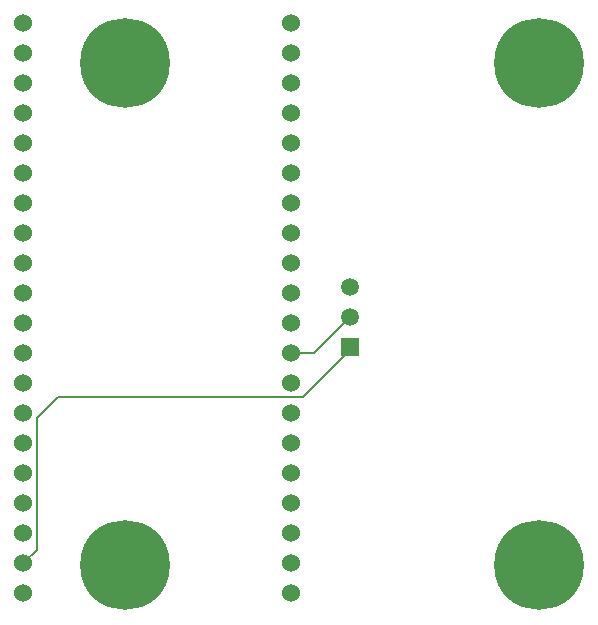
<source format=gtl>
%TF.GenerationSoftware,KiCad,Pcbnew,8.0.7-8.0.7-0~ubuntu22.04.1*%
%TF.CreationDate,2024-12-29T16:10:50-07:00*%
%TF.ProjectId,MotionDetector,4d6f7469-6f6e-4446-9574-6563746f722e,A*%
%TF.SameCoordinates,Original*%
%TF.FileFunction,Copper,L1,Top*%
%TF.FilePolarity,Positive*%
%FSLAX46Y46*%
G04 Gerber Fmt 4.6, Leading zero omitted, Abs format (unit mm)*
G04 Created by KiCad (PCBNEW 8.0.7-8.0.7-0~ubuntu22.04.1) date 2024-12-29 16:10:50*
%MOMM*%
%LPD*%
G01*
G04 APERTURE LIST*
%TA.AperFunction,ComponentPad*%
%ADD10C,7.600000*%
%TD*%
%TA.AperFunction,ComponentPad*%
%ADD11C,1.530000*%
%TD*%
%TA.AperFunction,ComponentPad*%
%ADD12R,1.500000X1.500000*%
%TD*%
%TA.AperFunction,ComponentPad*%
%ADD13C,1.500000*%
%TD*%
%TA.AperFunction,Conductor*%
%ADD14C,0.200000*%
%TD*%
G04 APERTURE END LIST*
D10*
%TO.P,REF\u002A\u002A,1*%
%TO.N,N/C*%
X145000000Y-97500000D03*
%TD*%
D11*
%TO.P,J2,1*%
%TO.N,GND*%
X124050000Y-51620000D03*
%TO.P,J2,2*%
%TO.N,P23*%
X124050000Y-54160000D03*
%TO.P,J2,3*%
%TO.N,P22*%
X124050000Y-56700000D03*
%TO.P,J2,4*%
%TO.N,TX*%
X124050000Y-59240000D03*
%TO.P,J2,5*%
%TO.N,RX*%
X124050000Y-61780000D03*
%TO.P,J2,6*%
%TO.N,P21*%
X124050000Y-64320000D03*
%TO.P,J2,7*%
%TO.N,GND*%
X124050000Y-66860000D03*
%TO.P,J2,8*%
%TO.N,P19*%
X124050000Y-69400000D03*
%TO.P,J2,9*%
%TO.N,P18*%
X124050000Y-71940000D03*
%TO.P,J2,10*%
%TO.N,P5*%
X124050000Y-74480000D03*
%TO.P,J2,11*%
%TO.N,P17*%
X124050000Y-77020000D03*
%TO.P,J2,12*%
%TO.N,P16*%
X124050000Y-79560000D03*
%TO.P,J2,13*%
%TO.N,P4*%
X124050000Y-82100000D03*
%TO.P,J2,14*%
%TO.N,P0*%
X124050000Y-84640000D03*
%TO.P,J2,15*%
%TO.N,P2*%
X124050000Y-87180000D03*
%TO.P,J2,16*%
%TO.N,P15*%
X124050000Y-89720000D03*
%TO.P,J2,17*%
%TO.N,SD1*%
X124050000Y-92260000D03*
%TO.P,J2,18*%
%TO.N,SD0*%
X124050000Y-94800000D03*
%TO.P,J2,19*%
%TO.N,CLK*%
X124050000Y-97340000D03*
%TO.P,J2,20*%
%TO.N,unconnected-(J2-Pad20)*%
X124050000Y-99880000D03*
%TD*%
D10*
%TO.P,REF\u002A\u002A,1*%
%TO.N,N/C*%
X110000000Y-55000000D03*
%TD*%
%TO.P,REF\u002A\u002A,1*%
%TO.N,N/C*%
X145000000Y-55000000D03*
%TD*%
%TO.P,REF\u002A\u002A,1*%
%TO.N,N/C*%
X110000000Y-97500000D03*
%TD*%
D11*
%TO.P,J1,1*%
%TO.N,+3.3V*%
X101350000Y-51620000D03*
%TO.P,J1,2*%
%TO.N,EN*%
X101350000Y-54160000D03*
%TO.P,J1,3*%
%TO.N,SVP*%
X101350000Y-56700000D03*
%TO.P,J1,4*%
%TO.N,SVN*%
X101350000Y-59240000D03*
%TO.P,J1,5*%
%TO.N,P34*%
X101350000Y-61780000D03*
%TO.P,J1,6*%
%TO.N,P35*%
X101350000Y-64320000D03*
%TO.P,J1,7*%
%TO.N,P32*%
X101350000Y-66860000D03*
%TO.P,J1,8*%
%TO.N,P33*%
X101350000Y-69400000D03*
%TO.P,J1,9*%
%TO.N,P25*%
X101350000Y-71940000D03*
%TO.P,J1,10*%
%TO.N,P26*%
X101350000Y-74480000D03*
%TO.P,J1,11*%
%TO.N,P27*%
X101350000Y-77020000D03*
%TO.P,J1,12*%
%TO.N,P14*%
X101350000Y-79560000D03*
%TO.P,J1,13*%
%TO.N,P12*%
X101350000Y-82100000D03*
%TO.P,J1,14*%
%TO.N,GND*%
X101350000Y-84640000D03*
%TO.P,J1,15*%
%TO.N,P13*%
X101350000Y-87180000D03*
%TO.P,J1,16*%
%TO.N,SD2*%
X101350000Y-89720000D03*
%TO.P,J1,17*%
%TO.N,SD3*%
X101350000Y-92260000D03*
%TO.P,J1,18*%
%TO.N,CMD*%
X101350000Y-94800000D03*
%TO.P,J1,19*%
%TO.N,+5V*%
X101350000Y-97340000D03*
%TO.P,J1,20*%
%TO.N,unconnected-(J1-Pad20)*%
X101350000Y-99880000D03*
%TD*%
D12*
%TO.P,J3,1,1*%
%TO.N,+5V*%
X129000000Y-79040000D03*
D13*
%TO.P,J3,2,2*%
%TO.N,P16*%
X129000000Y-76500000D03*
%TO.P,J3,3,3*%
%TO.N,GND*%
X129000000Y-73960000D03*
%TD*%
D14*
%TO.N,+5V*%
X129000000Y-79040000D02*
X129000000Y-79250000D01*
X102500000Y-85000000D02*
X102500000Y-96190000D01*
X102500000Y-96190000D02*
X101350000Y-97340000D01*
X125000000Y-83250000D02*
X104250000Y-83250000D01*
X129000000Y-79250000D02*
X125000000Y-83250000D01*
X104250000Y-83250000D02*
X102500000Y-85000000D01*
%TO.N,P16*%
X125940000Y-79560000D02*
X129000000Y-76500000D01*
X124050000Y-79450000D02*
X124050000Y-79560000D01*
X124050000Y-79560000D02*
X125940000Y-79560000D01*
%TD*%
M02*

</source>
